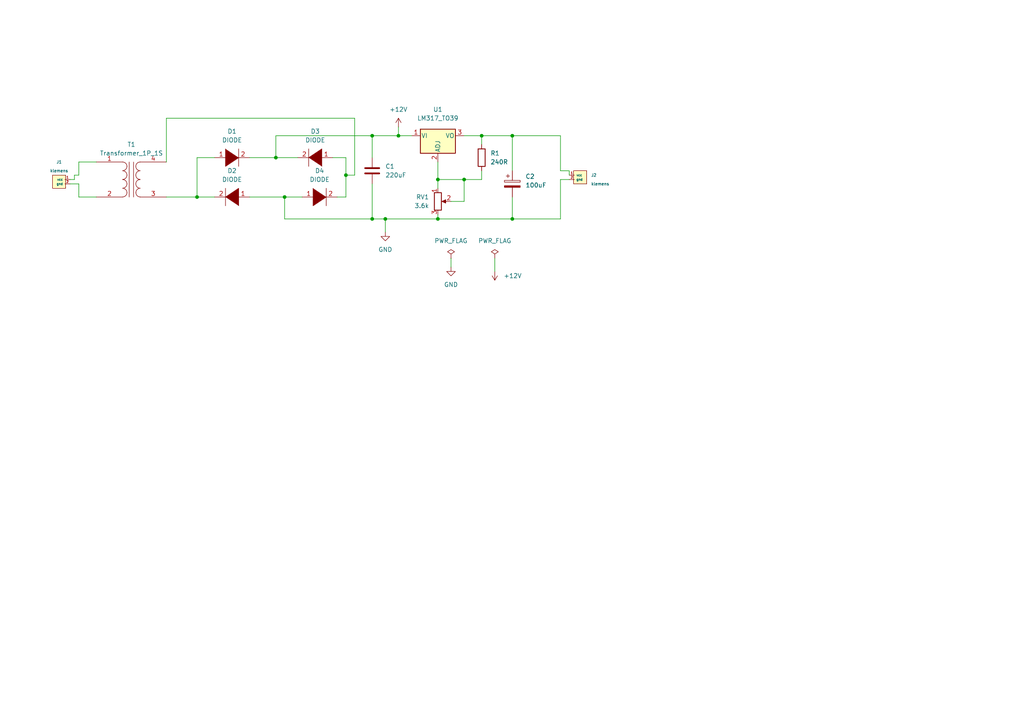
<source format=kicad_sch>
(kicad_sch (version 20211123) (generator eeschema)

  (uuid c26e8c67-0176-4659-9644-9f42c0a8e017)

  (paper "A4")

  (title_block
    (title "Zhrzkn")
    (date "06.05.2022")
    (rev "v.1.0")
    (company "Uranus")
    (comment 1 "examples")
  )

  (lib_symbols
    (symbol "Device:C" (pin_numbers hide) (pin_names (offset 0.254)) (in_bom yes) (on_board yes)
      (property "Reference" "C" (id 0) (at 0.635 2.54 0)
        (effects (font (size 1.27 1.27)) (justify left))
      )
      (property "Value" "C" (id 1) (at 0.635 -2.54 0)
        (effects (font (size 1.27 1.27)) (justify left))
      )
      (property "Footprint" "" (id 2) (at 0.9652 -3.81 0)
        (effects (font (size 1.27 1.27)) hide)
      )
      (property "Datasheet" "~" (id 3) (at 0 0 0)
        (effects (font (size 1.27 1.27)) hide)
      )
      (property "ki_keywords" "cap capacitor" (id 4) (at 0 0 0)
        (effects (font (size 1.27 1.27)) hide)
      )
      (property "ki_description" "Unpolarized capacitor" (id 5) (at 0 0 0)
        (effects (font (size 1.27 1.27)) hide)
      )
      (property "ki_fp_filters" "C_*" (id 6) (at 0 0 0)
        (effects (font (size 1.27 1.27)) hide)
      )
      (symbol "C_0_1"
        (polyline
          (pts
            (xy -2.032 -0.762)
            (xy 2.032 -0.762)
          )
          (stroke (width 0.508) (type default) (color 0 0 0 0))
          (fill (type none))
        )
        (polyline
          (pts
            (xy -2.032 0.762)
            (xy 2.032 0.762)
          )
          (stroke (width 0.508) (type default) (color 0 0 0 0))
          (fill (type none))
        )
      )
      (symbol "C_1_1"
        (pin passive line (at 0 3.81 270) (length 2.794)
          (name "~" (effects (font (size 1.27 1.27))))
          (number "1" (effects (font (size 1.27 1.27))))
        )
        (pin passive line (at 0 -3.81 90) (length 2.794)
          (name "~" (effects (font (size 1.27 1.27))))
          (number "2" (effects (font (size 1.27 1.27))))
        )
      )
    )
    (symbol "Device:C_Polarized" (pin_numbers hide) (pin_names (offset 0.254)) (in_bom yes) (on_board yes)
      (property "Reference" "C" (id 0) (at 0.635 2.54 0)
        (effects (font (size 1.27 1.27)) (justify left))
      )
      (property "Value" "C_Polarized" (id 1) (at 0.635 -2.54 0)
        (effects (font (size 1.27 1.27)) (justify left))
      )
      (property "Footprint" "" (id 2) (at 0.9652 -3.81 0)
        (effects (font (size 1.27 1.27)) hide)
      )
      (property "Datasheet" "~" (id 3) (at 0 0 0)
        (effects (font (size 1.27 1.27)) hide)
      )
      (property "ki_keywords" "cap capacitor" (id 4) (at 0 0 0)
        (effects (font (size 1.27 1.27)) hide)
      )
      (property "ki_description" "Polarized capacitor" (id 5) (at 0 0 0)
        (effects (font (size 1.27 1.27)) hide)
      )
      (property "ki_fp_filters" "CP_*" (id 6) (at 0 0 0)
        (effects (font (size 1.27 1.27)) hide)
      )
      (symbol "C_Polarized_0_1"
        (rectangle (start -2.286 0.508) (end 2.286 1.016)
          (stroke (width 0) (type default) (color 0 0 0 0))
          (fill (type none))
        )
        (polyline
          (pts
            (xy -1.778 2.286)
            (xy -0.762 2.286)
          )
          (stroke (width 0) (type default) (color 0 0 0 0))
          (fill (type none))
        )
        (polyline
          (pts
            (xy -1.27 2.794)
            (xy -1.27 1.778)
          )
          (stroke (width 0) (type default) (color 0 0 0 0))
          (fill (type none))
        )
        (rectangle (start 2.286 -0.508) (end -2.286 -1.016)
          (stroke (width 0) (type default) (color 0 0 0 0))
          (fill (type outline))
        )
      )
      (symbol "C_Polarized_1_1"
        (pin passive line (at 0 3.81 270) (length 2.794)
          (name "~" (effects (font (size 1.27 1.27))))
          (number "1" (effects (font (size 1.27 1.27))))
        )
        (pin passive line (at 0 -3.81 90) (length 2.794)
          (name "~" (effects (font (size 1.27 1.27))))
          (number "2" (effects (font (size 1.27 1.27))))
        )
      )
    )
    (symbol "Device:R" (pin_numbers hide) (pin_names (offset 0)) (in_bom yes) (on_board yes)
      (property "Reference" "R" (id 0) (at 2.032 0 90)
        (effects (font (size 1.27 1.27)))
      )
      (property "Value" "R" (id 1) (at 0 0 90)
        (effects (font (size 1.27 1.27)))
      )
      (property "Footprint" "" (id 2) (at -1.778 0 90)
        (effects (font (size 1.27 1.27)) hide)
      )
      (property "Datasheet" "~" (id 3) (at 0 0 0)
        (effects (font (size 1.27 1.27)) hide)
      )
      (property "ki_keywords" "R res resistor" (id 4) (at 0 0 0)
        (effects (font (size 1.27 1.27)) hide)
      )
      (property "ki_description" "Resistor" (id 5) (at 0 0 0)
        (effects (font (size 1.27 1.27)) hide)
      )
      (property "ki_fp_filters" "R_*" (id 6) (at 0 0 0)
        (effects (font (size 1.27 1.27)) hide)
      )
      (symbol "R_0_1"
        (rectangle (start -1.016 -2.54) (end 1.016 2.54)
          (stroke (width 0.254) (type default) (color 0 0 0 0))
          (fill (type none))
        )
      )
      (symbol "R_1_1"
        (pin passive line (at 0 3.81 270) (length 1.27)
          (name "~" (effects (font (size 1.27 1.27))))
          (number "1" (effects (font (size 1.27 1.27))))
        )
        (pin passive line (at 0 -3.81 90) (length 1.27)
          (name "~" (effects (font (size 1.27 1.27))))
          (number "2" (effects (font (size 1.27 1.27))))
        )
      )
    )
    (symbol "Device:R_Potentiometer" (pin_names (offset 1.016) hide) (in_bom yes) (on_board yes)
      (property "Reference" "RV" (id 0) (at -4.445 0 90)
        (effects (font (size 1.27 1.27)))
      )
      (property "Value" "R_Potentiometer" (id 1) (at -2.54 0 90)
        (effects (font (size 1.27 1.27)))
      )
      (property "Footprint" "" (id 2) (at 0 0 0)
        (effects (font (size 1.27 1.27)) hide)
      )
      (property "Datasheet" "~" (id 3) (at 0 0 0)
        (effects (font (size 1.27 1.27)) hide)
      )
      (property "ki_keywords" "resistor variable" (id 4) (at 0 0 0)
        (effects (font (size 1.27 1.27)) hide)
      )
      (property "ki_description" "Potentiometer" (id 5) (at 0 0 0)
        (effects (font (size 1.27 1.27)) hide)
      )
      (property "ki_fp_filters" "Potentiometer*" (id 6) (at 0 0 0)
        (effects (font (size 1.27 1.27)) hide)
      )
      (symbol "R_Potentiometer_0_1"
        (polyline
          (pts
            (xy 2.54 0)
            (xy 1.524 0)
          )
          (stroke (width 0) (type default) (color 0 0 0 0))
          (fill (type none))
        )
        (polyline
          (pts
            (xy 1.143 0)
            (xy 2.286 0.508)
            (xy 2.286 -0.508)
            (xy 1.143 0)
          )
          (stroke (width 0) (type default) (color 0 0 0 0))
          (fill (type outline))
        )
        (rectangle (start 1.016 2.54) (end -1.016 -2.54)
          (stroke (width 0.254) (type default) (color 0 0 0 0))
          (fill (type none))
        )
      )
      (symbol "R_Potentiometer_1_1"
        (pin passive line (at 0 3.81 270) (length 1.27)
          (name "1" (effects (font (size 1.27 1.27))))
          (number "1" (effects (font (size 1.27 1.27))))
        )
        (pin passive line (at 3.81 0 180) (length 1.27)
          (name "2" (effects (font (size 1.27 1.27))))
          (number "2" (effects (font (size 1.27 1.27))))
        )
        (pin passive line (at 0 -3.81 90) (length 1.27)
          (name "3" (effects (font (size 1.27 1.27))))
          (number "3" (effects (font (size 1.27 1.27))))
        )
      )
    )
    (symbol "Device:Transformer_1P_1S" (pin_names (offset 1.016) hide) (in_bom yes) (on_board yes)
      (property "Reference" "T" (id 0) (at 0 6.35 0)
        (effects (font (size 1.27 1.27)))
      )
      (property "Value" "Transformer_1P_1S" (id 1) (at 0 -7.62 0)
        (effects (font (size 1.27 1.27)))
      )
      (property "Footprint" "" (id 2) (at 0 0 0)
        (effects (font (size 1.27 1.27)) hide)
      )
      (property "Datasheet" "~" (id 3) (at 0 0 0)
        (effects (font (size 1.27 1.27)) hide)
      )
      (property "ki_keywords" "transformer coil magnet" (id 4) (at 0 0 0)
        (effects (font (size 1.27 1.27)) hide)
      )
      (property "ki_description" "Transformer, single primary, single secondary" (id 5) (at 0 0 0)
        (effects (font (size 1.27 1.27)) hide)
      )
      (symbol "Transformer_1P_1S_0_1"
        (arc (start -2.54 -5.0546) (mid -1.6599 -4.6901) (end -1.27 -3.81)
          (stroke (width 0) (type default) (color 0 0 0 0))
          (fill (type none))
        )
        (arc (start -2.54 -2.5146) (mid -1.6599 -2.1501) (end -1.27 -1.27)
          (stroke (width 0) (type default) (color 0 0 0 0))
          (fill (type none))
        )
        (arc (start -2.54 0.0254) (mid -1.6599 0.3899) (end -1.27 1.27)
          (stroke (width 0) (type default) (color 0 0 0 0))
          (fill (type none))
        )
        (arc (start -2.54 2.5654) (mid -1.6599 2.9299) (end -1.27 3.81)
          (stroke (width 0) (type default) (color 0 0 0 0))
          (fill (type none))
        )
        (arc (start -1.27 -3.81) (mid -1.642 -2.912) (end -2.54 -2.54)
          (stroke (width 0) (type default) (color 0 0 0 0))
          (fill (type none))
        )
        (arc (start -1.27 -1.27) (mid -1.642 -0.372) (end -2.54 0)
          (stroke (width 0) (type default) (color 0 0 0 0))
          (fill (type none))
        )
        (arc (start -1.27 1.27) (mid -1.642 2.168) (end -2.54 2.54)
          (stroke (width 0) (type default) (color 0 0 0 0))
          (fill (type none))
        )
        (arc (start -1.27 3.81) (mid -1.642 4.708) (end -2.54 5.08)
          (stroke (width 0) (type default) (color 0 0 0 0))
          (fill (type none))
        )
        (polyline
          (pts
            (xy -0.635 5.08)
            (xy -0.635 -5.08)
          )
          (stroke (width 0) (type default) (color 0 0 0 0))
          (fill (type none))
        )
        (polyline
          (pts
            (xy 0.635 -5.08)
            (xy 0.635 5.08)
          )
          (stroke (width 0) (type default) (color 0 0 0 0))
          (fill (type none))
        )
        (arc (start 1.2954 -1.27) (mid 1.6599 -2.1501) (end 2.54 -2.5146)
          (stroke (width 0) (type default) (color 0 0 0 0))
          (fill (type none))
        )
        (arc (start 1.2954 1.27) (mid 1.6599 0.3899) (end 2.54 0.0254)
          (stroke (width 0) (type default) (color 0 0 0 0))
          (fill (type none))
        )
        (arc (start 1.2954 3.81) (mid 1.6599 2.9299) (end 2.54 2.5654)
          (stroke (width 0) (type default) (color 0 0 0 0))
          (fill (type none))
        )
        (arc (start 1.3208 -3.81) (mid 1.6853 -4.6901) (end 2.5654 -5.0546)
          (stroke (width 0) (type default) (color 0 0 0 0))
          (fill (type none))
        )
        (arc (start 2.54 0) (mid 1.642 -0.372) (end 1.2954 -1.27)
          (stroke (width 0) (type default) (color 0 0 0 0))
          (fill (type none))
        )
        (arc (start 2.54 2.54) (mid 1.642 2.168) (end 1.2954 1.27)
          (stroke (width 0) (type default) (color 0 0 0 0))
          (fill (type none))
        )
        (arc (start 2.54 5.08) (mid 1.642 4.708) (end 1.2954 3.81)
          (stroke (width 0) (type default) (color 0 0 0 0))
          (fill (type none))
        )
        (arc (start 2.5654 -2.54) (mid 1.6674 -2.912) (end 1.3208 -3.81)
          (stroke (width 0) (type default) (color 0 0 0 0))
          (fill (type none))
        )
      )
      (symbol "Transformer_1P_1S_1_1"
        (pin passive line (at -10.16 5.08 0) (length 7.62)
          (name "AA" (effects (font (size 1.27 1.27))))
          (number "1" (effects (font (size 1.27 1.27))))
        )
        (pin passive line (at -10.16 -5.08 0) (length 7.62)
          (name "AB" (effects (font (size 1.27 1.27))))
          (number "2" (effects (font (size 1.27 1.27))))
        )
        (pin passive line (at 10.16 -5.08 180) (length 7.62)
          (name "SA" (effects (font (size 1.27 1.27))))
          (number "3" (effects (font (size 1.27 1.27))))
        )
        (pin passive line (at 10.16 5.08 180) (length 7.62)
          (name "SB" (effects (font (size 1.27 1.27))))
          (number "4" (effects (font (size 1.27 1.27))))
        )
      )
    )
    (symbol "Regulator_Linear:LM317_TO39" (pin_names (offset 0.254)) (in_bom yes) (on_board yes)
      (property "Reference" "U" (id 0) (at -3.81 3.175 0)
        (effects (font (size 1.27 1.27)))
      )
      (property "Value" "LM317_TO39" (id 1) (at 0 3.175 0)
        (effects (font (size 1.27 1.27)) (justify left))
      )
      (property "Footprint" "Package_TO_SOT_THT:TO-39-3" (id 2) (at 0 5.715 0)
        (effects (font (size 1.27 1.27) italic) hide)
      )
      (property "Datasheet" "http://www.ti.com/lit/ds/symlink/lm317.pdf" (id 3) (at 0 0 0)
        (effects (font (size 1.27 1.27)) hide)
      )
      (property "ki_keywords" "Adjustable Voltage Regulator 500mA Positive" (id 4) (at 0 0 0)
        (effects (font (size 1.27 1.27)) hide)
      )
      (property "ki_description" "500mA 35V Adjustable Linear Regulator, TO-39" (id 5) (at 0 0 0)
        (effects (font (size 1.27 1.27)) hide)
      )
      (property "ki_fp_filters" "TO?39*" (id 6) (at 0 0 0)
        (effects (font (size 1.27 1.27)) hide)
      )
      (symbol "LM317_TO39_0_1"
        (rectangle (start -5.08 1.905) (end 5.08 -5.08)
          (stroke (width 0.254) (type default) (color 0 0 0 0))
          (fill (type background))
        )
      )
      (symbol "LM317_TO39_1_1"
        (pin power_in line (at -7.62 0 0) (length 2.54)
          (name "VI" (effects (font (size 1.27 1.27))))
          (number "1" (effects (font (size 1.27 1.27))))
        )
        (pin input line (at 0 -7.62 90) (length 2.54)
          (name "ADJ" (effects (font (size 1.27 1.27))))
          (number "2" (effects (font (size 1.27 1.27))))
        )
        (pin power_out line (at 7.62 0 180) (length 2.54)
          (name "VO" (effects (font (size 1.27 1.27))))
          (number "3" (effects (font (size 1.27 1.27))))
        )
      )
    )
    (symbol "library1:klemens" (in_bom yes) (on_board yes)
      (property "Reference" "J?" (id 0) (at 0 1.27 0)
        (effects (font (size 0.84 0.84)))
      )
      (property "Value" "klemens" (id 1) (at 2.54 -5.08 0)
        (effects (font (size 0.84 0.84)))
      )
      (property "Footprint" "" (id 2) (at 0 0 0)
        (effects (font (size 1.27 1.27)) hide)
      )
      (property "Datasheet" "" (id 3) (at 0 0 0)
        (effects (font (size 1.27 1.27)) hide)
      )
      (symbol "klemens_0_1"
        (rectangle (start 0 0) (end 3.81 -3.81)
          (stroke (width 0) (type default) (color 0 0 0 0))
          (fill (type background))
        )
      )
      (symbol "klemens_1_1"
        (pin input line (at -1.27 -1.27 0) (length 1.5)
          (name "vcc" (effects (font (size 0.65 0.65))))
          (number "1" (effects (font (size 0.65 0.65))))
        )
        (pin input line (at -1.27 -2.54 0) (length 1.5)
          (name "gnd" (effects (font (size 0.65 0.65))))
          (number "2" (effects (font (size 0.65 0.65))))
        )
      )
    )
    (symbol "power:+12V" (power) (pin_names (offset 0)) (in_bom yes) (on_board yes)
      (property "Reference" "#PWR" (id 0) (at 0 -3.81 0)
        (effects (font (size 1.27 1.27)) hide)
      )
      (property "Value" "+12V" (id 1) (at 0 3.556 0)
        (effects (font (size 1.27 1.27)))
      )
      (property "Footprint" "" (id 2) (at 0 0 0)
        (effects (font (size 1.27 1.27)) hide)
      )
      (property "Datasheet" "" (id 3) (at 0 0 0)
        (effects (font (size 1.27 1.27)) hide)
      )
      (property "ki_keywords" "power-flag" (id 4) (at 0 0 0)
        (effects (font (size 1.27 1.27)) hide)
      )
      (property "ki_description" "Power symbol creates a global label with name \"+12V\"" (id 5) (at 0 0 0)
        (effects (font (size 1.27 1.27)) hide)
      )
      (symbol "+12V_0_1"
        (polyline
          (pts
            (xy -0.762 1.27)
            (xy 0 2.54)
          )
          (stroke (width 0) (type default) (color 0 0 0 0))
          (fill (type none))
        )
        (polyline
          (pts
            (xy 0 0)
            (xy 0 2.54)
          )
          (stroke (width 0) (type default) (color 0 0 0 0))
          (fill (type none))
        )
        (polyline
          (pts
            (xy 0 2.54)
            (xy 0.762 1.27)
          )
          (stroke (width 0) (type default) (color 0 0 0 0))
          (fill (type none))
        )
      )
      (symbol "+12V_1_1"
        (pin power_in line (at 0 0 90) (length 0) hide
          (name "+12V" (effects (font (size 1.27 1.27))))
          (number "1" (effects (font (size 1.27 1.27))))
        )
      )
    )
    (symbol "power:GND" (power) (pin_names (offset 0)) (in_bom yes) (on_board yes)
      (property "Reference" "#PWR" (id 0) (at 0 -6.35 0)
        (effects (font (size 1.27 1.27)) hide)
      )
      (property "Value" "GND" (id 1) (at 0 -3.81 0)
        (effects (font (size 1.27 1.27)))
      )
      (property "Footprint" "" (id 2) (at 0 0 0)
        (effects (font (size 1.27 1.27)) hide)
      )
      (property "Datasheet" "" (id 3) (at 0 0 0)
        (effects (font (size 1.27 1.27)) hide)
      )
      (property "ki_keywords" "power-flag" (id 4) (at 0 0 0)
        (effects (font (size 1.27 1.27)) hide)
      )
      (property "ki_description" "Power symbol creates a global label with name \"GND\" , ground" (id 5) (at 0 0 0)
        (effects (font (size 1.27 1.27)) hide)
      )
      (symbol "GND_0_1"
        (polyline
          (pts
            (xy 0 0)
            (xy 0 -1.27)
            (xy 1.27 -1.27)
            (xy 0 -2.54)
            (xy -1.27 -1.27)
            (xy 0 -1.27)
          )
          (stroke (width 0) (type default) (color 0 0 0 0))
          (fill (type none))
        )
      )
      (symbol "GND_1_1"
        (pin power_in line (at 0 0 270) (length 0) hide
          (name "GND" (effects (font (size 1.27 1.27))))
          (number "1" (effects (font (size 1.27 1.27))))
        )
      )
    )
    (symbol "power:PWR_FLAG" (power) (pin_numbers hide) (pin_names (offset 0) hide) (in_bom yes) (on_board yes)
      (property "Reference" "#FLG" (id 0) (at 0 1.905 0)
        (effects (font (size 1.27 1.27)) hide)
      )
      (property "Value" "PWR_FLAG" (id 1) (at 0 3.81 0)
        (effects (font (size 1.27 1.27)))
      )
      (property "Footprint" "" (id 2) (at 0 0 0)
        (effects (font (size 1.27 1.27)) hide)
      )
      (property "Datasheet" "~" (id 3) (at 0 0 0)
        (effects (font (size 1.27 1.27)) hide)
      )
      (property "ki_keywords" "power-flag" (id 4) (at 0 0 0)
        (effects (font (size 1.27 1.27)) hide)
      )
      (property "ki_description" "Special symbol for telling ERC where power comes from" (id 5) (at 0 0 0)
        (effects (font (size 1.27 1.27)) hide)
      )
      (symbol "PWR_FLAG_0_0"
        (pin power_out line (at 0 0 90) (length 0)
          (name "pwr" (effects (font (size 1.27 1.27))))
          (number "1" (effects (font (size 1.27 1.27))))
        )
      )
      (symbol "PWR_FLAG_0_1"
        (polyline
          (pts
            (xy 0 0)
            (xy 0 1.27)
            (xy -1.016 1.905)
            (xy 0 2.54)
            (xy 1.016 1.905)
            (xy 0 1.27)
          )
          (stroke (width 0) (type default) (color 0 0 0 0))
          (fill (type none))
        )
      )
    )
    (symbol "pspice:DIODE" (pin_names (offset 1.016) hide) (in_bom yes) (on_board yes)
      (property "Reference" "D" (id 0) (at 0 3.81 0)
        (effects (font (size 1.27 1.27)))
      )
      (property "Value" "DIODE" (id 1) (at 0 -4.445 0)
        (effects (font (size 1.27 1.27)))
      )
      (property "Footprint" "" (id 2) (at 0 0 0)
        (effects (font (size 1.27 1.27)) hide)
      )
      (property "Datasheet" "~" (id 3) (at 0 0 0)
        (effects (font (size 1.27 1.27)) hide)
      )
      (property "ki_keywords" "simulation" (id 4) (at 0 0 0)
        (effects (font (size 1.27 1.27)) hide)
      )
      (property "ki_description" "Diode symbol for simulation only. Pin order incompatible with official kicad footprints" (id 5) (at 0 0 0)
        (effects (font (size 1.27 1.27)) hide)
      )
      (symbol "DIODE_0_1"
        (polyline
          (pts
            (xy 1.905 2.54)
            (xy 1.905 -2.54)
          )
          (stroke (width 0) (type default) (color 0 0 0 0))
          (fill (type none))
        )
        (polyline
          (pts
            (xy -1.905 2.54)
            (xy -1.905 -2.54)
            (xy 1.905 0)
          )
          (stroke (width 0) (type default) (color 0 0 0 0))
          (fill (type outline))
        )
      )
      (symbol "DIODE_1_1"
        (pin input line (at -5.08 0 0) (length 3.81)
          (name "K" (effects (font (size 1.27 1.27))))
          (number "1" (effects (font (size 1.27 1.27))))
        )
        (pin input line (at 5.08 0 180) (length 3.81)
          (name "A" (effects (font (size 1.27 1.27))))
          (number "2" (effects (font (size 1.27 1.27))))
        )
      )
    )
  )


  (junction (at 100.33 50.8) (diameter 0) (color 0 0 0 0)
    (uuid 06537ad1-6c03-4a38-a841-50ffc8309a24)
  )
  (junction (at 139.7 39.37) (diameter 0) (color 0 0 0 0)
    (uuid 0e01a31d-58e4-4bfc-aea7-939cde4047c7)
  )
  (junction (at 82.55 57.15) (diameter 0) (color 0 0 0 0)
    (uuid 1173b66b-feae-46b0-b898-b366394b7e63)
  )
  (junction (at 111.76 63.5) (diameter 0) (color 0 0 0 0)
    (uuid 326c1238-d48f-4c94-b3d3-ca93f46b1e22)
  )
  (junction (at 80.01 45.72) (diameter 0) (color 0 0 0 0)
    (uuid 5110090d-3429-4e99-8ee1-89871832cc26)
  )
  (junction (at 107.95 63.5) (diameter 0) (color 0 0 0 0)
    (uuid 60e9b4d0-1c29-4602-9e50-d29bf72eee21)
  )
  (junction (at 127 63.5) (diameter 0) (color 0 0 0 0)
    (uuid 665cbcbd-fa1a-4b22-ba14-1600904faaf3)
  )
  (junction (at 148.59 39.37) (diameter 0) (color 0 0 0 0)
    (uuid 66bd85b0-dc37-4dc2-a680-14e509c01be7)
  )
  (junction (at 107.95 39.37) (diameter 0) (color 0 0 0 0)
    (uuid 896b0ed1-f82a-4d4c-a497-3de1a1d4079d)
  )
  (junction (at 148.59 63.5) (diameter 0) (color 0 0 0 0)
    (uuid 9749b2ae-308b-42a2-b32a-61f189525d6a)
  )
  (junction (at 57.15 57.15) (diameter 0) (color 0 0 0 0)
    (uuid ab5880d3-ddec-4d4c-b04d-b7046c0bed87)
  )
  (junction (at 134.62 52.07) (diameter 0) (color 0 0 0 0)
    (uuid c7efa457-7144-4ca1-9b65-3533f336bf27)
  )
  (junction (at 115.57 39.37) (diameter 0) (color 0 0 0 0)
    (uuid c812365a-5dd5-4589-865c-152ffb58ebde)
  )
  (junction (at 127 52.07) (diameter 0) (color 0 0 0 0)
    (uuid c960f264-d7f7-4671-9ab9-aa1c2f9fa1d4)
  )

  (wire (pts (xy 127 62.23) (xy 127 63.5))
    (stroke (width 0) (type default) (color 0 0 0 0))
    (uuid 00725696-21ce-4873-8235-2ea99d292193)
  )
  (wire (pts (xy 127 52.07) (xy 134.62 52.07))
    (stroke (width 0) (type default) (color 0 0 0 0))
    (uuid 01afc929-c65d-45d6-af00-816897dc39ef)
  )
  (wire (pts (xy 139.7 41.91) (xy 139.7 39.37))
    (stroke (width 0) (type default) (color 0 0 0 0))
    (uuid 02416f39-8653-4f8c-b6b4-9ff5d77ccacb)
  )
  (wire (pts (xy 134.62 58.42) (xy 134.62 52.07))
    (stroke (width 0) (type default) (color 0 0 0 0))
    (uuid 03287420-78f5-44e0-9338-7ad6447bb3b9)
  )
  (wire (pts (xy 107.95 39.37) (xy 80.01 39.37))
    (stroke (width 0) (type default) (color 0 0 0 0))
    (uuid 0af138eb-c9c3-4569-bf90-4074ead10512)
  )
  (wire (pts (xy 107.95 53.34) (xy 107.95 63.5))
    (stroke (width 0) (type default) (color 0 0 0 0))
    (uuid 21a41956-f49c-4279-9b1a-ac941305b683)
  )
  (wire (pts (xy 107.95 39.37) (xy 115.57 39.37))
    (stroke (width 0) (type default) (color 0 0 0 0))
    (uuid 21f4a578-2030-416e-ad3f-a6d535d2ab6f)
  )
  (wire (pts (xy 20.32 53.34) (xy 22.86 53.34))
    (stroke (width 0) (type default) (color 0 0 0 0))
    (uuid 2c5d00b9-9585-4dfe-a73f-c1f07b378b3c)
  )
  (wire (pts (xy 100.33 50.8) (xy 100.33 57.15))
    (stroke (width 0) (type default) (color 0 0 0 0))
    (uuid 2dd54322-ad4b-43be-986a-435c549a3ccd)
  )
  (wire (pts (xy 107.95 63.5) (xy 111.76 63.5))
    (stroke (width 0) (type default) (color 0 0 0 0))
    (uuid 3503e24b-e976-4f40-a8ca-a42655c922e9)
  )
  (wire (pts (xy 72.39 57.15) (xy 82.55 57.15))
    (stroke (width 0) (type default) (color 0 0 0 0))
    (uuid 35c89d4d-02c6-4c34-8c18-6a9ab7590091)
  )
  (wire (pts (xy 48.26 34.29) (xy 102.87 34.29))
    (stroke (width 0) (type default) (color 0 0 0 0))
    (uuid 39311899-4f1f-4a92-aa56-f45bbfaf8c87)
  )
  (wire (pts (xy 162.56 63.5) (xy 148.59 63.5))
    (stroke (width 0) (type default) (color 0 0 0 0))
    (uuid 3c84f6f3-e6d0-4aa7-b12e-156eabe85577)
  )
  (wire (pts (xy 134.62 52.07) (xy 139.7 52.07))
    (stroke (width 0) (type default) (color 0 0 0 0))
    (uuid 3dcfebd5-bc4c-4f72-8409-b779e32e1f84)
  )
  (wire (pts (xy 21.59 50.8) (xy 22.86 50.8))
    (stroke (width 0) (type default) (color 0 0 0 0))
    (uuid 3e11ba31-fdc9-4b12-98c2-3da77e4d7f0a)
  )
  (wire (pts (xy 162.56 49.53) (xy 165.1 49.53))
    (stroke (width 0) (type default) (color 0 0 0 0))
    (uuid 3e6d519e-3aa9-4887-abe8-8c8fe11ae408)
  )
  (wire (pts (xy 127 46.99) (xy 127 52.07))
    (stroke (width 0) (type default) (color 0 0 0 0))
    (uuid 4bf05a23-eebb-4eca-9c7f-0899917b776b)
  )
  (wire (pts (xy 139.7 49.53) (xy 139.7 52.07))
    (stroke (width 0) (type default) (color 0 0 0 0))
    (uuid 50e3b23a-fd74-4214-b90b-9d47f2643110)
  )
  (wire (pts (xy 57.15 45.72) (xy 57.15 57.15))
    (stroke (width 0) (type default) (color 0 0 0 0))
    (uuid 51d3cba4-73ee-46f9-a380-0e94ad324c8f)
  )
  (wire (pts (xy 111.76 63.5) (xy 127 63.5))
    (stroke (width 0) (type default) (color 0 0 0 0))
    (uuid 550ac3e9-0f49-45b9-98a6-b05a0a61aa2e)
  )
  (wire (pts (xy 139.7 39.37) (xy 134.62 39.37))
    (stroke (width 0) (type default) (color 0 0 0 0))
    (uuid 575012bc-1607-43ef-9ce6-70d73cb3ddfd)
  )
  (wire (pts (xy 48.26 57.15) (xy 57.15 57.15))
    (stroke (width 0) (type default) (color 0 0 0 0))
    (uuid 59e5a56a-e000-4404-a235-fc30fcf813b2)
  )
  (wire (pts (xy 115.57 39.37) (xy 119.38 39.37))
    (stroke (width 0) (type default) (color 0 0 0 0))
    (uuid 5ad1723d-0269-4331-ad2c-eee46468fdcf)
  )
  (wire (pts (xy 107.95 45.72) (xy 107.95 39.37))
    (stroke (width 0) (type default) (color 0 0 0 0))
    (uuid 67121daf-381a-4636-9d6a-14825a53182f)
  )
  (wire (pts (xy 148.59 57.15) (xy 148.59 63.5))
    (stroke (width 0) (type default) (color 0 0 0 0))
    (uuid 6790998e-1494-4069-a9c4-6af008609e35)
  )
  (wire (pts (xy 102.87 34.29) (xy 102.87 50.8))
    (stroke (width 0) (type default) (color 0 0 0 0))
    (uuid 6cf97298-8e98-4aca-8d80-e7378da94b2c)
  )
  (wire (pts (xy 148.59 39.37) (xy 139.7 39.37))
    (stroke (width 0) (type default) (color 0 0 0 0))
    (uuid 7838d283-8e4f-42ba-b692-61e808c59186)
  )
  (wire (pts (xy 48.26 46.99) (xy 48.26 34.29))
    (stroke (width 0) (type default) (color 0 0 0 0))
    (uuid 79e3b815-946b-4903-8b69-67bdd5eaa534)
  )
  (wire (pts (xy 165.1 49.53) (xy 165.1 50.8))
    (stroke (width 0) (type default) (color 0 0 0 0))
    (uuid 7c2a196e-3bc6-4273-977f-f52b9521a077)
  )
  (wire (pts (xy 82.55 57.15) (xy 87.63 57.15))
    (stroke (width 0) (type default) (color 0 0 0 0))
    (uuid 7c8eb00b-a3ee-4824-8d44-1f59b1fae6b0)
  )
  (wire (pts (xy 130.81 58.42) (xy 134.62 58.42))
    (stroke (width 0) (type default) (color 0 0 0 0))
    (uuid 7e939049-483d-46d0-836a-01052e7e5f89)
  )
  (wire (pts (xy 162.56 52.07) (xy 162.56 63.5))
    (stroke (width 0) (type default) (color 0 0 0 0))
    (uuid 859f980c-4569-4381-b7f5-61be153ccfa0)
  )
  (wire (pts (xy 143.51 74.93) (xy 143.51 78.74))
    (stroke (width 0) (type default) (color 0 0 0 0))
    (uuid 8b433059-c330-4be5-92d7-b55321188c4d)
  )
  (wire (pts (xy 100.33 45.72) (xy 100.33 50.8))
    (stroke (width 0) (type default) (color 0 0 0 0))
    (uuid 8c73b44a-a304-4e20-befd-ce7abf8d69bb)
  )
  (wire (pts (xy 107.95 63.5) (xy 82.55 63.5))
    (stroke (width 0) (type default) (color 0 0 0 0))
    (uuid 90b5d029-ef2b-4688-ad42-cb2f37d999fd)
  )
  (wire (pts (xy 130.81 74.93) (xy 130.81 77.47))
    (stroke (width 0) (type default) (color 0 0 0 0))
    (uuid 96e55d12-378f-439e-a605-fd7b83d682d1)
  )
  (wire (pts (xy 96.52 45.72) (xy 100.33 45.72))
    (stroke (width 0) (type default) (color 0 0 0 0))
    (uuid 97fdf9bf-f259-4f09-a99c-de12fc914a65)
  )
  (wire (pts (xy 102.87 50.8) (xy 100.33 50.8))
    (stroke (width 0) (type default) (color 0 0 0 0))
    (uuid 9b6a0597-a99c-4c2a-affd-a746fee529a9)
  )
  (wire (pts (xy 111.76 63.5) (xy 111.76 67.31))
    (stroke (width 0) (type default) (color 0 0 0 0))
    (uuid a0368022-2e43-4a72-a111-e9499c0ffdab)
  )
  (wire (pts (xy 21.59 52.07) (xy 20.32 52.07))
    (stroke (width 0) (type default) (color 0 0 0 0))
    (uuid a0b24129-5aca-4d10-9557-44ecf673762e)
  )
  (wire (pts (xy 80.01 45.72) (xy 86.36 45.72))
    (stroke (width 0) (type default) (color 0 0 0 0))
    (uuid a44e2b21-b95f-4663-afa8-e4ed3e748fe5)
  )
  (wire (pts (xy 22.86 57.15) (xy 27.94 57.15))
    (stroke (width 0) (type default) (color 0 0 0 0))
    (uuid a5e4743e-1884-4fa1-86f1-9386c01a2347)
  )
  (wire (pts (xy 21.59 50.8) (xy 21.59 52.07))
    (stroke (width 0) (type default) (color 0 0 0 0))
    (uuid a8682d64-ce18-49aa-ad81-fec80b04d1a9)
  )
  (wire (pts (xy 162.56 52.07) (xy 165.1 52.07))
    (stroke (width 0) (type default) (color 0 0 0 0))
    (uuid ab2746f2-6779-4979-8c3a-c6db31e01eda)
  )
  (wire (pts (xy 100.33 57.15) (xy 97.79 57.15))
    (stroke (width 0) (type default) (color 0 0 0 0))
    (uuid b17a4097-01b5-4185-b5f8-79fe06116bd8)
  )
  (wire (pts (xy 22.86 50.8) (xy 22.86 46.99))
    (stroke (width 0) (type default) (color 0 0 0 0))
    (uuid b3da0577-83a0-43b7-9aa3-9a97ee40107a)
  )
  (wire (pts (xy 62.23 45.72) (xy 57.15 45.72))
    (stroke (width 0) (type default) (color 0 0 0 0))
    (uuid bac48fdd-8d5e-4c32-842d-0f7802bd6c4f)
  )
  (wire (pts (xy 127 52.07) (xy 127 54.61))
    (stroke (width 0) (type default) (color 0 0 0 0))
    (uuid c38c821c-9309-4032-92ad-938378a6adb1)
  )
  (wire (pts (xy 57.15 57.15) (xy 62.23 57.15))
    (stroke (width 0) (type default) (color 0 0 0 0))
    (uuid c507bd62-108c-4d4f-82f1-a911766e4663)
  )
  (wire (pts (xy 82.55 63.5) (xy 82.55 57.15))
    (stroke (width 0) (type default) (color 0 0 0 0))
    (uuid c6ba23b3-effc-4110-89d1-ae6491e3f80e)
  )
  (wire (pts (xy 22.86 53.34) (xy 22.86 57.15))
    (stroke (width 0) (type default) (color 0 0 0 0))
    (uuid ca3db932-fbcf-4544-b1bc-87dfe782de3b)
  )
  (wire (pts (xy 148.59 49.53) (xy 148.59 39.37))
    (stroke (width 0) (type default) (color 0 0 0 0))
    (uuid cc2bad70-a322-42fc-a3c7-aa5cacbbc901)
  )
  (wire (pts (xy 115.57 36.83) (xy 115.57 39.37))
    (stroke (width 0) (type default) (color 0 0 0 0))
    (uuid d3043c55-c165-4221-a454-8e073e332a1b)
  )
  (wire (pts (xy 162.56 39.37) (xy 148.59 39.37))
    (stroke (width 0) (type default) (color 0 0 0 0))
    (uuid d47c07b2-6d67-45aa-8c2c-7b54e22ed823)
  )
  (wire (pts (xy 162.56 49.53) (xy 162.56 39.37))
    (stroke (width 0) (type default) (color 0 0 0 0))
    (uuid d5d2efb6-2f5a-40e5-ab47-3ba36046478d)
  )
  (wire (pts (xy 80.01 39.37) (xy 80.01 45.72))
    (stroke (width 0) (type default) (color 0 0 0 0))
    (uuid dec92396-d0cc-4a09-97fb-a5c5684c1764)
  )
  (wire (pts (xy 22.86 46.99) (xy 27.94 46.99))
    (stroke (width 0) (type default) (color 0 0 0 0))
    (uuid e6493eef-3f65-4f94-8fd5-cafcba0e051c)
  )
  (wire (pts (xy 127 63.5) (xy 148.59 63.5))
    (stroke (width 0) (type default) (color 0 0 0 0))
    (uuid f470cd37-6cd2-4118-9592-0a113a5aa7ee)
  )
  (wire (pts (xy 72.39 45.72) (xy 80.01 45.72))
    (stroke (width 0) (type default) (color 0 0 0 0))
    (uuid fe7959fc-93c5-4724-b0da-5bc6e35a1e40)
  )

  (symbol (lib_id "power:+12V") (at 115.57 36.83 0) (unit 1)
    (in_bom yes) (on_board yes) (fields_autoplaced)
    (uuid 0c53c28d-785a-4990-9bd7-354f223f9345)
    (property "Reference" "#PWR0104" (id 0) (at 115.57 40.64 0)
      (effects (font (size 1.27 1.27)) hide)
    )
    (property "Value" "+12V" (id 1) (at 115.57 31.75 0))
    (property "Footprint" "" (id 2) (at 115.57 36.83 0)
      (effects (font (size 1.27 1.27)) hide)
    )
    (property "Datasheet" "" (id 3) (at 115.57 36.83 0)
      (effects (font (size 1.27 1.27)) hide)
    )
    (pin "1" (uuid 226a798d-1afb-4df4-8fd9-e50219a3c329))
  )

  (symbol (lib_id "Device:R") (at 139.7 45.72 0) (unit 1)
    (in_bom yes) (on_board yes) (fields_autoplaced)
    (uuid 0ec9cd7c-067b-46dd-84db-e3bb936cd553)
    (property "Reference" "R1" (id 0) (at 142.24 44.4499 0)
      (effects (font (size 1.27 1.27)) (justify left))
    )
    (property "Value" "240R" (id 1) (at 142.24 46.9899 0)
      (effects (font (size 1.27 1.27)) (justify left))
    )
    (property "Footprint" "Resistor_THT:R_Axial_DIN0414_L11.9mm_D4.5mm_P20.32mm_Horizontal" (id 2) (at 137.922 45.72 90)
      (effects (font (size 1.27 1.27)) hide)
    )
    (property "Datasheet" "~" (id 3) (at 139.7 45.72 0)
      (effects (font (size 1.27 1.27)) hide)
    )
    (pin "1" (uuid 6c8472f7-bdf2-4eb5-bc6a-e73a647af666))
    (pin "2" (uuid 076a3323-c9ba-49cd-8956-49cc346b9c9f))
  )

  (symbol (lib_id "Device:C_Polarized") (at 148.59 53.34 0) (unit 1)
    (in_bom yes) (on_board yes) (fields_autoplaced)
    (uuid 16d693fc-d1c3-4ad1-8b09-9dc08e1071f1)
    (property "Reference" "C2" (id 0) (at 152.4 51.1809 0)
      (effects (font (size 1.27 1.27)) (justify left))
    )
    (property "Value" "100uF" (id 1) (at 152.4 53.7209 0)
      (effects (font (size 1.27 1.27)) (justify left))
    )
    (property "Footprint" "Capacitor_THT:CP_Radial_D14.0mm_P7.50mm" (id 2) (at 149.5552 57.15 0)
      (effects (font (size 1.27 1.27)) hide)
    )
    (property "Datasheet" "~" (id 3) (at 148.59 53.34 0)
      (effects (font (size 1.27 1.27)) hide)
    )
    (pin "1" (uuid 93745a08-b530-4e14-a410-f19bf4628fc6))
    (pin "2" (uuid 6723aeb8-0dd5-4c8f-a925-e3600e6aebe2))
  )

  (symbol (lib_id "Device:Transformer_1P_1S") (at 38.1 52.07 0) (unit 1)
    (in_bom yes) (on_board yes) (fields_autoplaced)
    (uuid 2397281d-cffa-4ed5-b2d8-4ce8c8c7fffe)
    (property "Reference" "T1" (id 0) (at 38.1127 41.91 0))
    (property "Value" "Transformer_1P_1S" (id 1) (at 38.1127 44.45 0))
    (property "Footprint" "Transformer_THT:Transformer_Toroid_Horizontal_D10.5mm_Amidon-T37" (id 2) (at 38.1 52.07 0)
      (effects (font (size 1.27 1.27)) hide)
    )
    (property "Datasheet" "~" (id 3) (at 38.1 52.07 0)
      (effects (font (size 1.27 1.27)) hide)
    )
    (pin "1" (uuid eb13776e-56a9-4a45-85ad-ebbf38369961))
    (pin "2" (uuid 88d2074c-fc59-48ac-9745-3999aa98bb4a))
    (pin "3" (uuid 5d9df5df-f7a2-461e-bbfe-9bcce540c54e))
    (pin "4" (uuid f386bab7-fa2d-4215-a9fe-3780baa14800))
  )

  (symbol (lib_id "power:PWR_FLAG") (at 143.51 74.93 0) (unit 1)
    (in_bom yes) (on_board yes) (fields_autoplaced)
    (uuid 367d0644-0f55-4c1d-84b3-77a84fae2b81)
    (property "Reference" "#FLG0102" (id 0) (at 143.51 73.025 0)
      (effects (font (size 1.27 1.27)) hide)
    )
    (property "Value" "PWR_FLAG" (id 1) (at 143.51 69.85 0))
    (property "Footprint" "" (id 2) (at 143.51 74.93 0)
      (effects (font (size 1.27 1.27)) hide)
    )
    (property "Datasheet" "~" (id 3) (at 143.51 74.93 0)
      (effects (font (size 1.27 1.27)) hide)
    )
    (pin "1" (uuid 39addc07-53ea-4df9-9807-f314ac33deb1))
  )

  (symbol (lib_id "pspice:DIODE") (at 92.71 57.15 0) (unit 1)
    (in_bom yes) (on_board yes) (fields_autoplaced)
    (uuid 4bd0a5e5-118e-4792-9f9d-f63688563e82)
    (property "Reference" "D4" (id 0) (at 92.71 49.53 0))
    (property "Value" "DIODE" (id 1) (at 92.71 52.07 0))
    (property "Footprint" "Diode_THT:D_5W_P10.16mm_Horizontal" (id 2) (at 92.71 57.15 0)
      (effects (font (size 1.27 1.27)) hide)
    )
    (property "Datasheet" "~" (id 3) (at 92.71 57.15 0)
      (effects (font (size 1.27 1.27)) hide)
    )
    (pin "1" (uuid 069984ae-c555-4099-b6f2-6f636982b455))
    (pin "2" (uuid 240bc558-0f2a-47dc-a257-db3c55ba4a5c))
  )

  (symbol (lib_id "pspice:DIODE") (at 67.31 57.15 180) (unit 1)
    (in_bom yes) (on_board yes) (fields_autoplaced)
    (uuid 5623ddf2-4245-4b83-8caa-2f8f1c464082)
    (property "Reference" "D2" (id 0) (at 67.31 49.53 0))
    (property "Value" "DIODE" (id 1) (at 67.31 52.07 0))
    (property "Footprint" "Diode_THT:D_5W_P10.16mm_Horizontal" (id 2) (at 67.31 57.15 0)
      (effects (font (size 1.27 1.27)) hide)
    )
    (property "Datasheet" "~" (id 3) (at 67.31 57.15 0)
      (effects (font (size 1.27 1.27)) hide)
    )
    (pin "1" (uuid 186b437e-2c44-453d-b8e5-75cf7c7bb05d))
    (pin "2" (uuid c8da6a7e-8a3e-4256-a9fa-41ed9128f753))
  )

  (symbol (lib_id "Device:C") (at 107.95 49.53 0) (unit 1)
    (in_bom yes) (on_board yes) (fields_autoplaced)
    (uuid 5a799543-98e1-4e20-b17c-56c025493d2c)
    (property "Reference" "C1" (id 0) (at 111.76 48.2599 0)
      (effects (font (size 1.27 1.27)) (justify left))
    )
    (property "Value" "220uF" (id 1) (at 111.76 50.7999 0)
      (effects (font (size 1.27 1.27)) (justify left))
    )
    (property "Footprint" "Capacitor_THT:CP_Radial_D14.0mm_P7.50mm" (id 2) (at 108.9152 53.34 0)
      (effects (font (size 1.27 1.27)) hide)
    )
    (property "Datasheet" "~" (id 3) (at 107.95 49.53 0)
      (effects (font (size 1.27 1.27)) hide)
    )
    (pin "1" (uuid fc40b50f-4868-4cde-a183-7b7d31549071))
    (pin "2" (uuid feaf2c80-5426-4755-8543-8d48f8442fa0))
  )

  (symbol (lib_id "power:+12V") (at 143.51 78.74 180) (unit 1)
    (in_bom yes) (on_board yes) (fields_autoplaced)
    (uuid 5f426d09-88e1-4fa5-b445-023f021de3ed)
    (property "Reference" "#PWR0103" (id 0) (at 143.51 74.93 0)
      (effects (font (size 1.27 1.27)) hide)
    )
    (property "Value" "+12V" (id 1) (at 146.05 80.0099 0)
      (effects (font (size 1.27 1.27)) (justify right))
    )
    (property "Footprint" "" (id 2) (at 143.51 78.74 0)
      (effects (font (size 1.27 1.27)) hide)
    )
    (property "Datasheet" "" (id 3) (at 143.51 78.74 0)
      (effects (font (size 1.27 1.27)) hide)
    )
    (pin "1" (uuid 699cce8a-2396-4ae1-b077-4cba93f66b85))
  )

  (symbol (lib_id "library1:klemens") (at 19.05 50.8 0) (mirror y) (unit 1)
    (in_bom yes) (on_board yes) (fields_autoplaced)
    (uuid 6bec9383-cdf3-4a04-b467-7ec346403563)
    (property "Reference" "J1" (id 0) (at 17.145 46.99 0)
      (effects (font (size 0.84 0.84)))
    )
    (property "Value" "klemens" (id 1) (at 17.145 49.53 0)
      (effects (font (size 0.84 0.84)))
    )
    (property "Footprint" "lib_pcb:thermalblock" (id 2) (at 19.05 50.8 0)
      (effects (font (size 1.27 1.27)) hide)
    )
    (property "Datasheet" "" (id 3) (at 19.05 50.8 0)
      (effects (font (size 1.27 1.27)) hide)
    )
    (pin "1" (uuid 7efcae24-18e8-4781-b289-2551ee9c7674))
    (pin "2" (uuid a4971fcd-3bda-47b7-9049-e9ac499d7009))
  )

  (symbol (lib_id "Regulator_Linear:LM317_TO39") (at 127 39.37 0) (unit 1)
    (in_bom yes) (on_board yes) (fields_autoplaced)
    (uuid 8e7c6547-dafe-4eab-95c8-b95333bb6d2b)
    (property "Reference" "U1" (id 0) (at 127 31.75 0))
    (property "Value" "LM317_TO39" (id 1) (at 127 34.29 0))
    (property "Footprint" "Package_TO_SOT_THT:TO-39-3" (id 2) (at 127 33.655 0)
      (effects (font (size 1.27 1.27) italic) hide)
    )
    (property "Datasheet" "http://www.ti.com/lit/ds/symlink/lm317.pdf" (id 3) (at 127 39.37 0)
      (effects (font (size 1.27 1.27)) hide)
    )
    (pin "1" (uuid e495fde5-cbd0-46fc-b5a6-5a4feb5f6093))
    (pin "2" (uuid 46b3c228-b396-41e6-ba92-b5a081130fdf))
    (pin "3" (uuid 39a03c58-89a9-4828-bb81-15391a67c944))
  )

  (symbol (lib_id "pspice:DIODE") (at 91.44 45.72 180) (unit 1)
    (in_bom yes) (on_board yes) (fields_autoplaced)
    (uuid 95043246-2332-41d0-8777-eab56f1fd51d)
    (property "Reference" "D3" (id 0) (at 91.44 38.1 0))
    (property "Value" "DIODE" (id 1) (at 91.44 40.64 0))
    (property "Footprint" "Diode_THT:D_5W_P10.16mm_Horizontal" (id 2) (at 91.44 45.72 0)
      (effects (font (size 1.27 1.27)) hide)
    )
    (property "Datasheet" "~" (id 3) (at 91.44 45.72 0)
      (effects (font (size 1.27 1.27)) hide)
    )
    (pin "1" (uuid bf20488e-40a1-454a-a63c-3af92ed1a3ef))
    (pin "2" (uuid f94e0f0f-1bbf-4751-aae3-81fd196e684f))
  )

  (symbol (lib_id "library1:klemens") (at 166.37 49.53 0) (unit 1)
    (in_bom yes) (on_board yes) (fields_autoplaced)
    (uuid b95ed7e0-7511-4217-849f-e01865c37849)
    (property "Reference" "J2" (id 0) (at 171.45 50.8 0)
      (effects (font (size 0.84 0.84)) (justify left))
    )
    (property "Value" "klemens" (id 1) (at 171.45 53.34 0)
      (effects (font (size 0.84 0.84)) (justify left))
    )
    (property "Footprint" "lib_pcb:thermalblock" (id 2) (at 166.37 49.53 0)
      (effects (font (size 1.27 1.27)) hide)
    )
    (property "Datasheet" "" (id 3) (at 166.37 49.53 0)
      (effects (font (size 1.27 1.27)) hide)
    )
    (pin "1" (uuid 64b0f1c9-f598-40b1-831c-491b30e02ada))
    (pin "2" (uuid 938b8729-cdb8-4522-9f18-06ed70d2c0fd))
  )

  (symbol (lib_id "power:GND") (at 111.76 67.31 0) (unit 1)
    (in_bom yes) (on_board yes) (fields_autoplaced)
    (uuid c13acd33-1b99-4569-b12b-96720f97e70e)
    (property "Reference" "#PWR0101" (id 0) (at 111.76 73.66 0)
      (effects (font (size 1.27 1.27)) hide)
    )
    (property "Value" "GND" (id 1) (at 111.76 72.39 0))
    (property "Footprint" "" (id 2) (at 111.76 67.31 0)
      (effects (font (size 1.27 1.27)) hide)
    )
    (property "Datasheet" "" (id 3) (at 111.76 67.31 0)
      (effects (font (size 1.27 1.27)) hide)
    )
    (pin "1" (uuid 22f03bab-e47c-44ae-9b70-672bf100f9a8))
  )

  (symbol (lib_id "power:GND") (at 130.81 77.47 0) (unit 1)
    (in_bom yes) (on_board yes) (fields_autoplaced)
    (uuid c282955c-1cc6-4379-a28e-8cd4d229d834)
    (property "Reference" "#PWR0102" (id 0) (at 130.81 83.82 0)
      (effects (font (size 1.27 1.27)) hide)
    )
    (property "Value" "GND" (id 1) (at 130.81 82.55 0))
    (property "Footprint" "" (id 2) (at 130.81 77.47 0)
      (effects (font (size 1.27 1.27)) hide)
    )
    (property "Datasheet" "" (id 3) (at 130.81 77.47 0)
      (effects (font (size 1.27 1.27)) hide)
    )
    (pin "1" (uuid 4db16a55-8eb5-489d-ac49-3b6d576cfc9b))
  )

  (symbol (lib_id "Device:R_Potentiometer") (at 127 58.42 0) (unit 1)
    (in_bom yes) (on_board yes) (fields_autoplaced)
    (uuid d8784492-6400-45db-8ebe-bb9b9f6f5b96)
    (property "Reference" "RV1" (id 0) (at 124.46 57.1499 0)
      (effects (font (size 1.27 1.27)) (justify right))
    )
    (property "Value" "3.6k" (id 1) (at 124.46 59.6899 0)
      (effects (font (size 1.27 1.27)) (justify right))
    )
    (property "Footprint" "Potentiometer_THT:Potentiometer_Bourns_3266Y_Vertical" (id 2) (at 127 58.42 0)
      (effects (font (size 1.27 1.27)) hide)
    )
    (property "Datasheet" "~" (id 3) (at 127 58.42 0)
      (effects (font (size 1.27 1.27)) hide)
    )
    (pin "1" (uuid 435942f5-d7be-4511-aa19-c24484f49094))
    (pin "2" (uuid 0d524fde-81a1-41d8-be04-7c787b9c5c5d))
    (pin "3" (uuid c317e39f-147c-4b69-af1c-60352b109699))
  )

  (symbol (lib_id "pspice:DIODE") (at 67.31 45.72 0) (unit 1)
    (in_bom yes) (on_board yes) (fields_autoplaced)
    (uuid f11a1587-dc95-43b4-9da7-7db71b19d625)
    (property "Reference" "D1" (id 0) (at 67.31 38.1 0))
    (property "Value" "DIODE" (id 1) (at 67.31 40.64 0))
    (property "Footprint" "Diode_THT:D_5W_P10.16mm_Horizontal" (id 2) (at 67.31 45.72 0)
      (effects (font (size 1.27 1.27)) hide)
    )
    (property "Datasheet" "~" (id 3) (at 67.31 45.72 0)
      (effects (font (size 1.27 1.27)) hide)
    )
    (pin "1" (uuid 6ce2a90d-1ffe-46d0-a370-fa2b5427626c))
    (pin "2" (uuid e571c528-1561-4b2f-b600-34d82395f53b))
  )

  (symbol (lib_id "power:PWR_FLAG") (at 130.81 74.93 0) (unit 1)
    (in_bom yes) (on_board yes) (fields_autoplaced)
    (uuid f2af834e-a366-4482-9ac8-17c6ea7b6a1a)
    (property "Reference" "#FLG0101" (id 0) (at 130.81 73.025 0)
      (effects (font (size 1.27 1.27)) hide)
    )
    (property "Value" "PWR_FLAG" (id 1) (at 130.81 69.85 0))
    (property "Footprint" "" (id 2) (at 130.81 74.93 0)
      (effects (font (size 1.27 1.27)) hide)
    )
    (property "Datasheet" "~" (id 3) (at 130.81 74.93 0)
      (effects (font (size 1.27 1.27)) hide)
    )
    (pin "1" (uuid d6713569-7581-41bd-a333-0600ddf3ed35))
  )

  (sheet_instances
    (path "/" (page "1"))
  )

  (symbol_instances
    (path "/f2af834e-a366-4482-9ac8-17c6ea7b6a1a"
      (reference "#FLG0101") (unit 1) (value "PWR_FLAG") (footprint "")
    )
    (path "/367d0644-0f55-4c1d-84b3-77a84fae2b81"
      (reference "#FLG0102") (unit 1) (value "PWR_FLAG") (footprint "")
    )
    (path "/c13acd33-1b99-4569-b12b-96720f97e70e"
      (reference "#PWR0101") (unit 1) (value "GND") (footprint "")
    )
    (path "/c282955c-1cc6-4379-a28e-8cd4d229d834"
      (reference "#PWR0102") (unit 1) (value "GND") (footprint "")
    )
    (path "/5f426d09-88e1-4fa5-b445-023f021de3ed"
      (reference "#PWR0103") (unit 1) (value "+12V") (footprint "")
    )
    (path "/0c53c28d-785a-4990-9bd7-354f223f9345"
      (reference "#PWR0104") (unit 1) (value "+12V") (footprint "")
    )
    (path "/5a799543-98e1-4e20-b17c-56c025493d2c"
      (reference "C1") (unit 1) (value "220uF") (footprint "Capacitor_THT:CP_Radial_D14.0mm_P7.50mm")
    )
    (path "/16d693fc-d1c3-4ad1-8b09-9dc08e1071f1"
      (reference "C2") (unit 1) (value "100uF") (footprint "Capacitor_THT:CP_Radial_D14.0mm_P7.50mm")
    )
    (path "/f11a1587-dc95-43b4-9da7-7db71b19d625"
      (reference "D1") (unit 1) (value "DIODE") (footprint "Diode_THT:D_5W_P10.16mm_Horizontal")
    )
    (path "/5623ddf2-4245-4b83-8caa-2f8f1c464082"
      (reference "D2") (unit 1) (value "DIODE") (footprint "Diode_THT:D_5W_P10.16mm_Horizontal")
    )
    (path "/95043246-2332-41d0-8777-eab56f1fd51d"
      (reference "D3") (unit 1) (value "DIODE") (footprint "Diode_THT:D_5W_P10.16mm_Horizontal")
    )
    (path "/4bd0a5e5-118e-4792-9f9d-f63688563e82"
      (reference "D4") (unit 1) (value "DIODE") (footprint "Diode_THT:D_5W_P10.16mm_Horizontal")
    )
    (path "/6bec9383-cdf3-4a04-b467-7ec346403563"
      (reference "J1") (unit 1) (value "klemens") (footprint "lib_pcb:thermalblock")
    )
    (path "/b95ed7e0-7511-4217-849f-e01865c37849"
      (reference "J2") (unit 1) (value "klemens") (footprint "lib_pcb:thermalblock")
    )
    (path "/0ec9cd7c-067b-46dd-84db-e3bb936cd553"
      (reference "R1") (unit 1) (value "240R") (footprint "Resistor_THT:R_Axial_DIN0414_L11.9mm_D4.5mm_P20.32mm_Horizontal")
    )
    (path "/d8784492-6400-45db-8ebe-bb9b9f6f5b96"
      (reference "RV1") (unit 1) (value "3.6k") (footprint "Potentiometer_THT:Potentiometer_Bourns_3266Y_Vertical")
    )
    (path "/2397281d-cffa-4ed5-b2d8-4ce8c8c7fffe"
      (reference "T1") (unit 1) (value "Transformer_1P_1S") (footprint "Transformer_THT:Transformer_Toroid_Horizontal_D10.5mm_Amidon-T37")
    )
    (path "/8e7c6547-dafe-4eab-95c8-b95333bb6d2b"
      (reference "U1") (unit 1) (value "LM317_TO39") (footprint "Package_TO_SOT_THT:TO-39-3")
    )
  )
)

</source>
